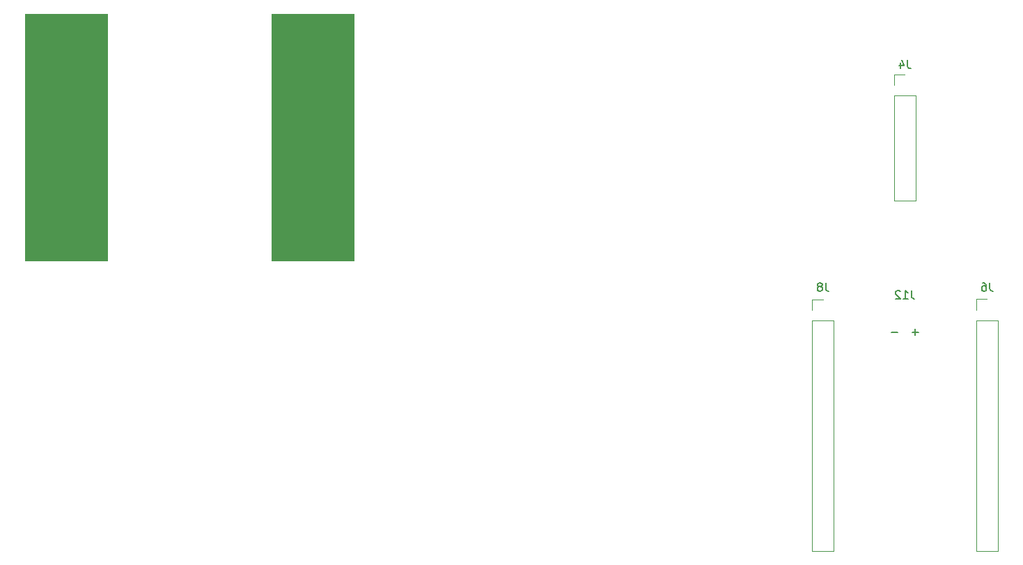
<source format=gbr>
%TF.GenerationSoftware,KiCad,Pcbnew,(6.0.7-1)-1*%
%TF.CreationDate,2022-10-07T15:09:27-06:00*%
%TF.ProjectId,starman,73746172-6d61-46e2-9e6b-696361645f70,rev?*%
%TF.SameCoordinates,Original*%
%TF.FileFunction,Legend,Bot*%
%TF.FilePolarity,Positive*%
%FSLAX46Y46*%
G04 Gerber Fmt 4.6, Leading zero omitted, Abs format (unit mm)*
G04 Created by KiCad (PCBNEW (6.0.7-1)-1) date 2022-10-07 15:09:27*
%MOMM*%
%LPD*%
G01*
G04 APERTURE LIST*
%ADD10C,0.100000*%
%ADD11C,0.150000*%
%ADD12C,0.120000*%
G04 APERTURE END LIST*
D10*
G36*
X100000000Y-110000000D02*
G01*
X90000000Y-110000000D01*
X90000000Y-80000000D01*
X100000000Y-80000000D01*
X100000000Y-110000000D01*
G37*
X100000000Y-110000000D02*
X90000000Y-110000000D01*
X90000000Y-80000000D01*
X100000000Y-80000000D01*
X100000000Y-110000000D01*
G36*
X130000000Y-110000000D02*
G01*
X120000000Y-110000000D01*
X120000000Y-80000000D01*
X130000000Y-80000000D01*
X130000000Y-110000000D01*
G37*
X130000000Y-110000000D02*
X120000000Y-110000000D01*
X120000000Y-80000000D01*
X130000000Y-80000000D01*
X130000000Y-110000000D01*
D11*
X196105952Y-118696428D02*
X195344047Y-118696428D01*
X198630952Y-118696428D02*
X197869047Y-118696428D01*
X198250000Y-119077380D02*
X198250000Y-118315476D01*
%TO.C,J6*%
X207333333Y-112707380D02*
X207333333Y-113421666D01*
X207380952Y-113564523D01*
X207476190Y-113659761D01*
X207619047Y-113707380D01*
X207714285Y-113707380D01*
X206428571Y-112707380D02*
X206619047Y-112707380D01*
X206714285Y-112755000D01*
X206761904Y-112802619D01*
X206857142Y-112945476D01*
X206904761Y-113135952D01*
X206904761Y-113516904D01*
X206857142Y-113612142D01*
X206809523Y-113659761D01*
X206714285Y-113707380D01*
X206523809Y-113707380D01*
X206428571Y-113659761D01*
X206380952Y-113612142D01*
X206333333Y-113516904D01*
X206333333Y-113278809D01*
X206380952Y-113183571D01*
X206428571Y-113135952D01*
X206523809Y-113088333D01*
X206714285Y-113088333D01*
X206809523Y-113135952D01*
X206857142Y-113183571D01*
X206904761Y-113278809D01*
%TO.C,J12*%
X197804523Y-113652380D02*
X197804523Y-114366666D01*
X197852142Y-114509523D01*
X197947380Y-114604761D01*
X198090238Y-114652380D01*
X198185476Y-114652380D01*
X196804523Y-114652380D02*
X197375952Y-114652380D01*
X197090238Y-114652380D02*
X197090238Y-113652380D01*
X197185476Y-113795238D01*
X197280714Y-113890476D01*
X197375952Y-113938095D01*
X196423571Y-113747619D02*
X196375952Y-113700000D01*
X196280714Y-113652380D01*
X196042619Y-113652380D01*
X195947380Y-113700000D01*
X195899761Y-113747619D01*
X195852142Y-113842857D01*
X195852142Y-113938095D01*
X195899761Y-114080952D01*
X196471190Y-114652380D01*
X195852142Y-114652380D01*
%TO.C,J8*%
X187373333Y-112717380D02*
X187373333Y-113431666D01*
X187420952Y-113574523D01*
X187516190Y-113669761D01*
X187659047Y-113717380D01*
X187754285Y-113717380D01*
X186754285Y-113145952D02*
X186849523Y-113098333D01*
X186897142Y-113050714D01*
X186944761Y-112955476D01*
X186944761Y-112907857D01*
X186897142Y-112812619D01*
X186849523Y-112765000D01*
X186754285Y-112717380D01*
X186563809Y-112717380D01*
X186468571Y-112765000D01*
X186420952Y-112812619D01*
X186373333Y-112907857D01*
X186373333Y-112955476D01*
X186420952Y-113050714D01*
X186468571Y-113098333D01*
X186563809Y-113145952D01*
X186754285Y-113145952D01*
X186849523Y-113193571D01*
X186897142Y-113241190D01*
X186944761Y-113336428D01*
X186944761Y-113526904D01*
X186897142Y-113622142D01*
X186849523Y-113669761D01*
X186754285Y-113717380D01*
X186563809Y-113717380D01*
X186468571Y-113669761D01*
X186420952Y-113622142D01*
X186373333Y-113526904D01*
X186373333Y-113336428D01*
X186420952Y-113241190D01*
X186468571Y-113193571D01*
X186563809Y-113145952D01*
%TO.C,J4*%
X197333333Y-85652380D02*
X197333333Y-86366666D01*
X197380952Y-86509523D01*
X197476190Y-86604761D01*
X197619047Y-86652380D01*
X197714285Y-86652380D01*
X196428571Y-85985714D02*
X196428571Y-86652380D01*
X196666666Y-85604761D02*
X196904761Y-86319047D01*
X196285714Y-86319047D01*
D12*
%TO.C,J6*%
X208330000Y-117295000D02*
X208330000Y-145295000D01*
X207000000Y-114695000D02*
X205670000Y-114695000D01*
X208330000Y-117295000D02*
X205670000Y-117295000D01*
X205670000Y-117295000D02*
X205670000Y-145295000D01*
X205670000Y-114695000D02*
X205670000Y-116025000D01*
X208330000Y-145295000D02*
X205670000Y-145295000D01*
%TO.C,J8*%
X187040000Y-114705000D02*
X185710000Y-114705000D01*
X188370000Y-117305000D02*
X188370000Y-145305000D01*
X188370000Y-145305000D02*
X185710000Y-145305000D01*
X185710000Y-114705000D02*
X185710000Y-116035000D01*
X185710000Y-117305000D02*
X185710000Y-145305000D01*
X188370000Y-117305000D02*
X185710000Y-117305000D01*
%TO.C,J4*%
X198330000Y-102730000D02*
X195670000Y-102730000D01*
X198330000Y-89970000D02*
X198330000Y-102730000D01*
X195670000Y-89970000D02*
X195670000Y-102730000D01*
X195670000Y-87370000D02*
X195670000Y-88700000D01*
X198330000Y-89970000D02*
X195670000Y-89970000D01*
X197000000Y-87370000D02*
X195670000Y-87370000D01*
%TD*%
M02*

</source>
